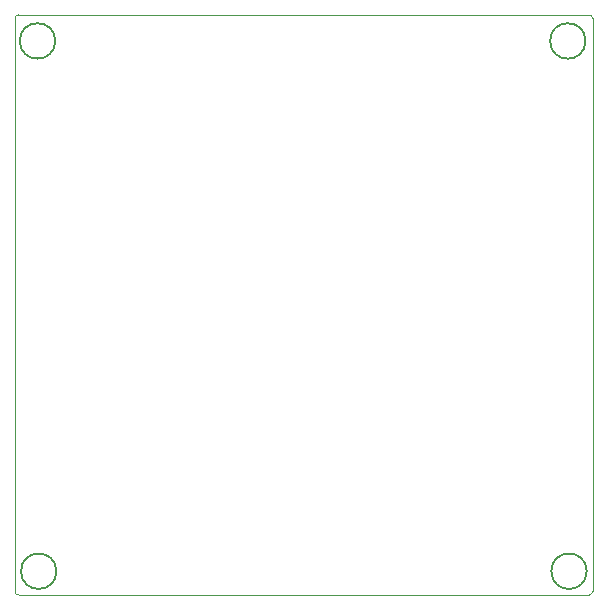
<source format=gbr>
G04 #@! TF.GenerationSoftware,KiCad,Pcbnew,(5.1.5-0-10_14)*
G04 #@! TF.CreationDate,2020-11-09T16:06:39+01:00*
G04 #@! TF.ProjectId,ATmega128_Breakout_Board,41546d65-6761-4313-9238-5f427265616b,rev?*
G04 #@! TF.SameCoordinates,Original*
G04 #@! TF.FileFunction,Profile,NP*
%FSLAX46Y46*%
G04 Gerber Fmt 4.6, Leading zero omitted, Abs format (unit mm)*
G04 Created by KiCad (PCBNEW (5.1.5-0-10_14)) date 2020-11-09 16:06:39*
%MOMM*%
%LPD*%
G04 APERTURE LIST*
%ADD10C,0.100000*%
%ADD11C,0.150000*%
G04 APERTURE END LIST*
D10*
X142700000Y-111900000D02*
X94400000Y-111900000D01*
X143000000Y-111600000D02*
G75*
G02X142700000Y-111900000I-300000J0D01*
G01*
D11*
X142400000Y-65000000D02*
G75*
G03X142400000Y-65000000I-1500000J0D01*
G01*
X142500000Y-109900000D02*
G75*
G03X142500000Y-109900000I-1500000J0D01*
G01*
X97500000Y-65000000D02*
G75*
G03X97500000Y-65000000I-1500000J0D01*
G01*
X97600000Y-109900000D02*
G75*
G03X97600000Y-109900000I-1500000J0D01*
G01*
D10*
X143000000Y-111600000D02*
X143000000Y-63100000D01*
X94400000Y-111900000D02*
G75*
G02X94100000Y-111600000I0J300000D01*
G01*
X142700000Y-62800000D02*
G75*
G02X143000000Y-63100000I0J-300000D01*
G01*
X94100000Y-63100000D02*
G75*
G02X94400000Y-62800000I300000J0D01*
G01*
X94400000Y-62800000D02*
X142700000Y-62800000D01*
X94100000Y-111600000D02*
X94100000Y-63100000D01*
M02*

</source>
